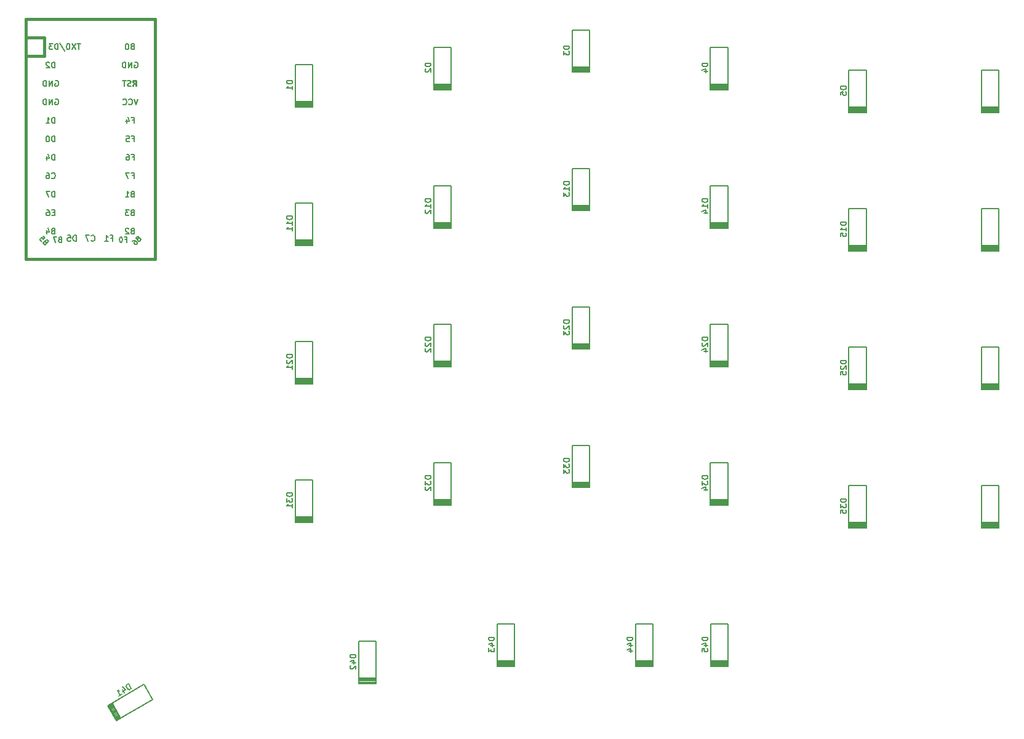
<source format=gbr>
%TF.GenerationSoftware,KiCad,Pcbnew,(5.1.9-0-10_14)*%
%TF.CreationDate,2021-04-19T01:18:51-05:00*%
%TF.ProjectId,wren-right,7772656e-2d72-4696-9768-742e6b696361,rev?*%
%TF.SameCoordinates,Original*%
%TF.FileFunction,Legend,Bot*%
%TF.FilePolarity,Positive*%
%FSLAX46Y46*%
G04 Gerber Fmt 4.6, Leading zero omitted, Abs format (unit mm)*
G04 Created by KiCad (PCBNEW (5.1.9-0-10_14)) date 2021-04-19 01:18:51*
%MOMM*%
%LPD*%
G01*
G04 APERTURE LIST*
%ADD10C,0.200000*%
%ADD11C,0.381000*%
%ADD12C,0.150000*%
G04 APERTURE END LIST*
D10*
%TO.C,D45*%
X190887500Y-136900000D02*
X190887500Y-142700000D01*
X193287500Y-136900000D02*
X190887500Y-136900000D01*
X193287500Y-142700000D02*
X193287500Y-136900000D01*
X193287500Y-142625000D02*
X190887500Y-142625000D01*
X193287500Y-142500000D02*
X190887500Y-142500000D01*
X190887500Y-142725000D02*
X193287500Y-142725000D01*
X193287500Y-142325000D02*
X190887500Y-142325000D01*
X193287500Y-142150000D02*
X190887500Y-142150000D01*
X193287500Y-141975000D02*
X190887500Y-141975000D01*
%TO.C,D44*%
X180568750Y-136900000D02*
X180568750Y-142700000D01*
X182968750Y-136900000D02*
X180568750Y-136900000D01*
X182968750Y-142700000D02*
X182968750Y-136900000D01*
X182968750Y-142625000D02*
X180568750Y-142625000D01*
X182968750Y-142500000D02*
X180568750Y-142500000D01*
X180568750Y-142725000D02*
X182968750Y-142725000D01*
X182968750Y-142325000D02*
X180568750Y-142325000D01*
X182968750Y-142150000D02*
X180568750Y-142150000D01*
X182968750Y-141975000D02*
X180568750Y-141975000D01*
%TO.C,D43*%
X161518750Y-136900000D02*
X161518750Y-142700000D01*
X163918750Y-136900000D02*
X161518750Y-136900000D01*
X163918750Y-142700000D02*
X163918750Y-136900000D01*
X163918750Y-142625000D02*
X161518750Y-142625000D01*
X163918750Y-142500000D02*
X161518750Y-142500000D01*
X161518750Y-142725000D02*
X163918750Y-142725000D01*
X163918750Y-142325000D02*
X161518750Y-142325000D01*
X163918750Y-142150000D02*
X161518750Y-142150000D01*
X163918750Y-141975000D02*
X161518750Y-141975000D01*
%TO.C,D42*%
X142472250Y-139281250D02*
X142472250Y-145081250D01*
X144872250Y-139281250D02*
X142472250Y-139281250D01*
X144872250Y-145081250D02*
X144872250Y-139281250D01*
X144872250Y-145006250D02*
X142472250Y-145006250D01*
X144872250Y-144881250D02*
X142472250Y-144881250D01*
X142472250Y-145106250D02*
X144872250Y-145106250D01*
X144872250Y-144706250D02*
X142472250Y-144706250D01*
X144872250Y-144531250D02*
X142472250Y-144531250D01*
X144872250Y-144356250D02*
X142472250Y-144356250D01*
%TO.C,D41*%
X112963621Y-145198270D02*
X107940674Y-148098270D01*
X114163621Y-147276730D02*
X112963621Y-145198270D01*
X109140674Y-150176730D02*
X114163621Y-147276730D01*
X109205626Y-150139230D02*
X108005626Y-148060770D01*
X109313879Y-150076730D02*
X108113879Y-147998270D01*
X107919023Y-148110770D02*
X109119023Y-150189230D01*
X109465433Y-149989230D02*
X108265433Y-147910770D01*
X109616988Y-149901730D02*
X108416988Y-147823270D01*
X109768542Y-149814230D02*
X108568542Y-147735770D01*
%TO.C,D36*%
X228170250Y-117850000D02*
X228170250Y-123650000D01*
X230570250Y-117850000D02*
X228170250Y-117850000D01*
X230570250Y-123650000D02*
X230570250Y-117850000D01*
X230570250Y-123575000D02*
X228170250Y-123575000D01*
X230570250Y-123450000D02*
X228170250Y-123450000D01*
X228170250Y-123675000D02*
X230570250Y-123675000D01*
X230570250Y-123275000D02*
X228170250Y-123275000D01*
X230570250Y-123100000D02*
X228170250Y-123100000D01*
X230570250Y-122925000D02*
X228170250Y-122925000D01*
%TO.C,D35*%
X209919750Y-117850000D02*
X209919750Y-123650000D01*
X212319750Y-117850000D02*
X209919750Y-117850000D01*
X212319750Y-123650000D02*
X212319750Y-117850000D01*
X212319750Y-123575000D02*
X209919750Y-123575000D01*
X212319750Y-123450000D02*
X209919750Y-123450000D01*
X209919750Y-123675000D02*
X212319750Y-123675000D01*
X212319750Y-123275000D02*
X209919750Y-123275000D01*
X212319750Y-123100000D02*
X209919750Y-123100000D01*
X212319750Y-122925000D02*
X209919750Y-122925000D01*
%TO.C,D34*%
X190875750Y-114675000D02*
X190875750Y-120475000D01*
X193275750Y-114675000D02*
X190875750Y-114675000D01*
X193275750Y-120475000D02*
X193275750Y-114675000D01*
X193275750Y-120400000D02*
X190875750Y-120400000D01*
X193275750Y-120275000D02*
X190875750Y-120275000D01*
X190875750Y-120500000D02*
X193275750Y-120500000D01*
X193275750Y-120100000D02*
X190875750Y-120100000D01*
X193275750Y-119925000D02*
X190875750Y-119925000D01*
X193275750Y-119750000D02*
X190875750Y-119750000D01*
%TO.C,D33*%
X171831750Y-112293750D02*
X171831750Y-118093750D01*
X174231750Y-112293750D02*
X171831750Y-112293750D01*
X174231750Y-118093750D02*
X174231750Y-112293750D01*
X174231750Y-118018750D02*
X171831750Y-118018750D01*
X174231750Y-117893750D02*
X171831750Y-117893750D01*
X171831750Y-118118750D02*
X174231750Y-118118750D01*
X174231750Y-117718750D02*
X171831750Y-117718750D01*
X174231750Y-117543750D02*
X171831750Y-117543750D01*
X174231750Y-117368750D02*
X171831750Y-117368750D01*
%TO.C,D32*%
X152787750Y-114675000D02*
X152787750Y-120475000D01*
X155187750Y-114675000D02*
X152787750Y-114675000D01*
X155187750Y-120475000D02*
X155187750Y-114675000D01*
X155187750Y-120400000D02*
X152787750Y-120400000D01*
X155187750Y-120275000D02*
X152787750Y-120275000D01*
X152787750Y-120500000D02*
X155187750Y-120500000D01*
X155187750Y-120100000D02*
X152787750Y-120100000D01*
X155187750Y-119925000D02*
X152787750Y-119925000D01*
X155187750Y-119750000D02*
X152787750Y-119750000D01*
%TO.C,D31*%
X133743750Y-117056250D02*
X133743750Y-122856250D01*
X136143750Y-117056250D02*
X133743750Y-117056250D01*
X136143750Y-122856250D02*
X136143750Y-117056250D01*
X136143750Y-122781250D02*
X133743750Y-122781250D01*
X136143750Y-122656250D02*
X133743750Y-122656250D01*
X133743750Y-122881250D02*
X136143750Y-122881250D01*
X136143750Y-122481250D02*
X133743750Y-122481250D01*
X136143750Y-122306250D02*
X133743750Y-122306250D01*
X136143750Y-122131250D02*
X133743750Y-122131250D01*
%TO.C,D26*%
X228170250Y-98800000D02*
X228170250Y-104600000D01*
X230570250Y-98800000D02*
X228170250Y-98800000D01*
X230570250Y-104600000D02*
X230570250Y-98800000D01*
X230570250Y-104525000D02*
X228170250Y-104525000D01*
X230570250Y-104400000D02*
X228170250Y-104400000D01*
X228170250Y-104625000D02*
X230570250Y-104625000D01*
X230570250Y-104225000D02*
X228170250Y-104225000D01*
X230570250Y-104050000D02*
X228170250Y-104050000D01*
X230570250Y-103875000D02*
X228170250Y-103875000D01*
%TO.C,D25*%
X209919750Y-98800000D02*
X209919750Y-104600000D01*
X212319750Y-98800000D02*
X209919750Y-98800000D01*
X212319750Y-104600000D02*
X212319750Y-98800000D01*
X212319750Y-104525000D02*
X209919750Y-104525000D01*
X212319750Y-104400000D02*
X209919750Y-104400000D01*
X209919750Y-104625000D02*
X212319750Y-104625000D01*
X212319750Y-104225000D02*
X209919750Y-104225000D01*
X212319750Y-104050000D02*
X209919750Y-104050000D01*
X212319750Y-103875000D02*
X209919750Y-103875000D01*
%TO.C,D24*%
X190875750Y-95625000D02*
X190875750Y-101425000D01*
X193275750Y-95625000D02*
X190875750Y-95625000D01*
X193275750Y-101425000D02*
X193275750Y-95625000D01*
X193275750Y-101350000D02*
X190875750Y-101350000D01*
X193275750Y-101225000D02*
X190875750Y-101225000D01*
X190875750Y-101450000D02*
X193275750Y-101450000D01*
X193275750Y-101050000D02*
X190875750Y-101050000D01*
X193275750Y-100875000D02*
X190875750Y-100875000D01*
X193275750Y-100700000D02*
X190875750Y-100700000D01*
%TO.C,D23*%
X171831750Y-93243750D02*
X171831750Y-99043750D01*
X174231750Y-93243750D02*
X171831750Y-93243750D01*
X174231750Y-99043750D02*
X174231750Y-93243750D01*
X174231750Y-98968750D02*
X171831750Y-98968750D01*
X174231750Y-98843750D02*
X171831750Y-98843750D01*
X171831750Y-99068750D02*
X174231750Y-99068750D01*
X174231750Y-98668750D02*
X171831750Y-98668750D01*
X174231750Y-98493750D02*
X171831750Y-98493750D01*
X174231750Y-98318750D02*
X171831750Y-98318750D01*
%TO.C,D22*%
X152787750Y-95625000D02*
X152787750Y-101425000D01*
X155187750Y-95625000D02*
X152787750Y-95625000D01*
X155187750Y-101425000D02*
X155187750Y-95625000D01*
X155187750Y-101350000D02*
X152787750Y-101350000D01*
X155187750Y-101225000D02*
X152787750Y-101225000D01*
X152787750Y-101450000D02*
X155187750Y-101450000D01*
X155187750Y-101050000D02*
X152787750Y-101050000D01*
X155187750Y-100875000D02*
X152787750Y-100875000D01*
X155187750Y-100700000D02*
X152787750Y-100700000D01*
%TO.C,D21*%
X133743750Y-98006250D02*
X133743750Y-103806250D01*
X136143750Y-98006250D02*
X133743750Y-98006250D01*
X136143750Y-103806250D02*
X136143750Y-98006250D01*
X136143750Y-103731250D02*
X133743750Y-103731250D01*
X136143750Y-103606250D02*
X133743750Y-103606250D01*
X133743750Y-103831250D02*
X136143750Y-103831250D01*
X136143750Y-103431250D02*
X133743750Y-103431250D01*
X136143750Y-103256250D02*
X133743750Y-103256250D01*
X136143750Y-103081250D02*
X133743750Y-103081250D01*
%TO.C,D16*%
X228170250Y-79750000D02*
X228170250Y-85550000D01*
X230570250Y-79750000D02*
X228170250Y-79750000D01*
X230570250Y-85550000D02*
X230570250Y-79750000D01*
X230570250Y-85475000D02*
X228170250Y-85475000D01*
X230570250Y-85350000D02*
X228170250Y-85350000D01*
X228170250Y-85575000D02*
X230570250Y-85575000D01*
X230570250Y-85175000D02*
X228170250Y-85175000D01*
X230570250Y-85000000D02*
X228170250Y-85000000D01*
X230570250Y-84825000D02*
X228170250Y-84825000D01*
%TO.C,D15*%
X209919750Y-79750000D02*
X209919750Y-85550000D01*
X212319750Y-79750000D02*
X209919750Y-79750000D01*
X212319750Y-85550000D02*
X212319750Y-79750000D01*
X212319750Y-85475000D02*
X209919750Y-85475000D01*
X212319750Y-85350000D02*
X209919750Y-85350000D01*
X209919750Y-85575000D02*
X212319750Y-85575000D01*
X212319750Y-85175000D02*
X209919750Y-85175000D01*
X212319750Y-85000000D02*
X209919750Y-85000000D01*
X212319750Y-84825000D02*
X209919750Y-84825000D01*
%TO.C,D14*%
X190875750Y-76575000D02*
X190875750Y-82375000D01*
X193275750Y-76575000D02*
X190875750Y-76575000D01*
X193275750Y-82375000D02*
X193275750Y-76575000D01*
X193275750Y-82300000D02*
X190875750Y-82300000D01*
X193275750Y-82175000D02*
X190875750Y-82175000D01*
X190875750Y-82400000D02*
X193275750Y-82400000D01*
X193275750Y-82000000D02*
X190875750Y-82000000D01*
X193275750Y-81825000D02*
X190875750Y-81825000D01*
X193275750Y-81650000D02*
X190875750Y-81650000D01*
%TO.C,D13*%
X171831750Y-74193750D02*
X171831750Y-79993750D01*
X174231750Y-74193750D02*
X171831750Y-74193750D01*
X174231750Y-79993750D02*
X174231750Y-74193750D01*
X174231750Y-79918750D02*
X171831750Y-79918750D01*
X174231750Y-79793750D02*
X171831750Y-79793750D01*
X171831750Y-80018750D02*
X174231750Y-80018750D01*
X174231750Y-79618750D02*
X171831750Y-79618750D01*
X174231750Y-79443750D02*
X171831750Y-79443750D01*
X174231750Y-79268750D02*
X171831750Y-79268750D01*
%TO.C,D12*%
X152787750Y-76575000D02*
X152787750Y-82375000D01*
X155187750Y-76575000D02*
X152787750Y-76575000D01*
X155187750Y-82375000D02*
X155187750Y-76575000D01*
X155187750Y-82300000D02*
X152787750Y-82300000D01*
X155187750Y-82175000D02*
X152787750Y-82175000D01*
X152787750Y-82400000D02*
X155187750Y-82400000D01*
X155187750Y-82000000D02*
X152787750Y-82000000D01*
X155187750Y-81825000D02*
X152787750Y-81825000D01*
X155187750Y-81650000D02*
X152787750Y-81650000D01*
%TO.C,D11*%
X133743750Y-78956250D02*
X133743750Y-84756250D01*
X136143750Y-78956250D02*
X133743750Y-78956250D01*
X136143750Y-84756250D02*
X136143750Y-78956250D01*
X136143750Y-84681250D02*
X133743750Y-84681250D01*
X136143750Y-84556250D02*
X133743750Y-84556250D01*
X133743750Y-84781250D02*
X136143750Y-84781250D01*
X136143750Y-84381250D02*
X133743750Y-84381250D01*
X136143750Y-84206250D02*
X133743750Y-84206250D01*
X136143750Y-84031250D02*
X133743750Y-84031250D01*
%TO.C,D6*%
X228170250Y-60700000D02*
X228170250Y-66500000D01*
X230570250Y-60700000D02*
X228170250Y-60700000D01*
X230570250Y-66500000D02*
X230570250Y-60700000D01*
X230570250Y-66425000D02*
X228170250Y-66425000D01*
X230570250Y-66300000D02*
X228170250Y-66300000D01*
X228170250Y-66525000D02*
X230570250Y-66525000D01*
X230570250Y-66125000D02*
X228170250Y-66125000D01*
X230570250Y-65950000D02*
X228170250Y-65950000D01*
X230570250Y-65775000D02*
X228170250Y-65775000D01*
%TO.C,D5*%
X209919750Y-60700000D02*
X209919750Y-66500000D01*
X212319750Y-60700000D02*
X209919750Y-60700000D01*
X212319750Y-66500000D02*
X212319750Y-60700000D01*
X212319750Y-66425000D02*
X209919750Y-66425000D01*
X212319750Y-66300000D02*
X209919750Y-66300000D01*
X209919750Y-66525000D02*
X212319750Y-66525000D01*
X212319750Y-66125000D02*
X209919750Y-66125000D01*
X212319750Y-65950000D02*
X209919750Y-65950000D01*
X212319750Y-65775000D02*
X209919750Y-65775000D01*
%TO.C,D4*%
X190875750Y-57525000D02*
X190875750Y-63325000D01*
X193275750Y-57525000D02*
X190875750Y-57525000D01*
X193275750Y-63325000D02*
X193275750Y-57525000D01*
X193275750Y-63250000D02*
X190875750Y-63250000D01*
X193275750Y-63125000D02*
X190875750Y-63125000D01*
X190875750Y-63350000D02*
X193275750Y-63350000D01*
X193275750Y-62950000D02*
X190875750Y-62950000D01*
X193275750Y-62775000D02*
X190875750Y-62775000D01*
X193275750Y-62600000D02*
X190875750Y-62600000D01*
%TO.C,D3*%
X171831750Y-55143750D02*
X171831750Y-60943750D01*
X174231750Y-55143750D02*
X171831750Y-55143750D01*
X174231750Y-60943750D02*
X174231750Y-55143750D01*
X174231750Y-60868750D02*
X171831750Y-60868750D01*
X174231750Y-60743750D02*
X171831750Y-60743750D01*
X171831750Y-60968750D02*
X174231750Y-60968750D01*
X174231750Y-60568750D02*
X171831750Y-60568750D01*
X174231750Y-60393750D02*
X171831750Y-60393750D01*
X174231750Y-60218750D02*
X171831750Y-60218750D01*
%TO.C,D2*%
X152787750Y-57525000D02*
X152787750Y-63325000D01*
X155187750Y-57525000D02*
X152787750Y-57525000D01*
X155187750Y-63325000D02*
X155187750Y-57525000D01*
X155187750Y-63250000D02*
X152787750Y-63250000D01*
X155187750Y-63125000D02*
X152787750Y-63125000D01*
X152787750Y-63350000D02*
X155187750Y-63350000D01*
X155187750Y-62950000D02*
X152787750Y-62950000D01*
X155187750Y-62775000D02*
X152787750Y-62775000D01*
X155187750Y-62600000D02*
X152787750Y-62600000D01*
%TO.C,D1*%
X133743750Y-59906250D02*
X133743750Y-65706250D01*
X136143750Y-59906250D02*
X133743750Y-59906250D01*
X136143750Y-65706250D02*
X136143750Y-59906250D01*
X136143750Y-65631250D02*
X133743750Y-65631250D01*
X136143750Y-65506250D02*
X133743750Y-65506250D01*
X133743750Y-65731250D02*
X136143750Y-65731250D01*
X136143750Y-65331250D02*
X133743750Y-65331250D01*
X136143750Y-65156250D02*
X133743750Y-65156250D01*
X136143750Y-64981250D02*
X133743750Y-64981250D01*
D11*
%TO.C,U1*%
X99218750Y-58737500D02*
X96678750Y-58737500D01*
X99218750Y-56197500D02*
X99218750Y-58737500D01*
D12*
G36*
X111613385Y-62486530D02*
G01*
X111613385Y-62586530D01*
X111713385Y-62586530D01*
X111713385Y-62486530D01*
X111613385Y-62486530D01*
G37*
X111613385Y-62486530D02*
X111613385Y-62586530D01*
X111713385Y-62586530D01*
X111713385Y-62486530D01*
X111613385Y-62486530D01*
G36*
X111813385Y-62086530D02*
G01*
X111813385Y-62886530D01*
X111913385Y-62886530D01*
X111913385Y-62086530D01*
X111813385Y-62086530D01*
G37*
X111813385Y-62086530D02*
X111813385Y-62886530D01*
X111913385Y-62886530D01*
X111913385Y-62086530D01*
X111813385Y-62086530D01*
G36*
X111413385Y-62686530D02*
G01*
X111413385Y-62886530D01*
X111513385Y-62886530D01*
X111513385Y-62686530D01*
X111413385Y-62686530D01*
G37*
X111413385Y-62686530D02*
X111413385Y-62886530D01*
X111513385Y-62886530D01*
X111513385Y-62686530D01*
X111413385Y-62686530D01*
G36*
X111413385Y-62086530D02*
G01*
X111413385Y-62386530D01*
X111513385Y-62386530D01*
X111513385Y-62086530D01*
X111413385Y-62086530D01*
G37*
X111413385Y-62086530D02*
X111413385Y-62386530D01*
X111513385Y-62386530D01*
X111513385Y-62086530D01*
X111413385Y-62086530D01*
G36*
X111413385Y-62086530D02*
G01*
X111413385Y-62186530D01*
X111913385Y-62186530D01*
X111913385Y-62086530D01*
X111413385Y-62086530D01*
G37*
X111413385Y-62086530D02*
X111413385Y-62186530D01*
X111913385Y-62186530D01*
X111913385Y-62086530D01*
X111413385Y-62086530D01*
D11*
X114458750Y-86677500D02*
X114458750Y-53657500D01*
X96678750Y-86677500D02*
X114458750Y-86677500D01*
X96678750Y-53657500D02*
X96678750Y-86677500D01*
X114458750Y-53657500D02*
X96678750Y-53657500D01*
X99218750Y-56197500D02*
X96678750Y-56197500D01*
%TO.C,D45*%
D12*
X190524404Y-138728571D02*
X189724404Y-138728571D01*
X189724404Y-138919047D01*
X189762500Y-139033333D01*
X189838690Y-139109523D01*
X189914880Y-139147619D01*
X190067261Y-139185714D01*
X190181547Y-139185714D01*
X190333928Y-139147619D01*
X190410119Y-139109523D01*
X190486309Y-139033333D01*
X190524404Y-138919047D01*
X190524404Y-138728571D01*
X189991071Y-139871428D02*
X190524404Y-139871428D01*
X189686309Y-139680952D02*
X190257738Y-139490476D01*
X190257738Y-139985714D01*
X189724404Y-140671428D02*
X189724404Y-140290476D01*
X190105357Y-140252380D01*
X190067261Y-140290476D01*
X190029166Y-140366666D01*
X190029166Y-140557142D01*
X190067261Y-140633333D01*
X190105357Y-140671428D01*
X190181547Y-140709523D01*
X190372023Y-140709523D01*
X190448214Y-140671428D01*
X190486309Y-140633333D01*
X190524404Y-140557142D01*
X190524404Y-140366666D01*
X190486309Y-140290476D01*
X190448214Y-140252380D01*
%TO.C,D44*%
X180205654Y-138728571D02*
X179405654Y-138728571D01*
X179405654Y-138919047D01*
X179443750Y-139033333D01*
X179519940Y-139109523D01*
X179596130Y-139147619D01*
X179748511Y-139185714D01*
X179862797Y-139185714D01*
X180015178Y-139147619D01*
X180091369Y-139109523D01*
X180167559Y-139033333D01*
X180205654Y-138919047D01*
X180205654Y-138728571D01*
X179672321Y-139871428D02*
X180205654Y-139871428D01*
X179367559Y-139680952D02*
X179938988Y-139490476D01*
X179938988Y-139985714D01*
X179672321Y-140633333D02*
X180205654Y-140633333D01*
X179367559Y-140442857D02*
X179938988Y-140252380D01*
X179938988Y-140747619D01*
%TO.C,D43*%
X161155654Y-138728571D02*
X160355654Y-138728571D01*
X160355654Y-138919047D01*
X160393750Y-139033333D01*
X160469940Y-139109523D01*
X160546130Y-139147619D01*
X160698511Y-139185714D01*
X160812797Y-139185714D01*
X160965178Y-139147619D01*
X161041369Y-139109523D01*
X161117559Y-139033333D01*
X161155654Y-138919047D01*
X161155654Y-138728571D01*
X160622321Y-139871428D02*
X161155654Y-139871428D01*
X160317559Y-139680952D02*
X160888988Y-139490476D01*
X160888988Y-139985714D01*
X160355654Y-140214285D02*
X160355654Y-140709523D01*
X160660416Y-140442857D01*
X160660416Y-140557142D01*
X160698511Y-140633333D01*
X160736607Y-140671428D01*
X160812797Y-140709523D01*
X161003273Y-140709523D01*
X161079464Y-140671428D01*
X161117559Y-140633333D01*
X161155654Y-140557142D01*
X161155654Y-140328571D01*
X161117559Y-140252380D01*
X161079464Y-140214285D01*
%TO.C,D42*%
X142109154Y-141109821D02*
X141309154Y-141109821D01*
X141309154Y-141300297D01*
X141347250Y-141414583D01*
X141423440Y-141490773D01*
X141499630Y-141528869D01*
X141652011Y-141566964D01*
X141766297Y-141566964D01*
X141918678Y-141528869D01*
X141994869Y-141490773D01*
X142071059Y-141414583D01*
X142109154Y-141300297D01*
X142109154Y-141109821D01*
X141575821Y-142252678D02*
X142109154Y-142252678D01*
X141271059Y-142062202D02*
X141842488Y-141871726D01*
X141842488Y-142366964D01*
X141385345Y-142633630D02*
X141347250Y-142671726D01*
X141309154Y-142747916D01*
X141309154Y-142938392D01*
X141347250Y-143014583D01*
X141385345Y-143052678D01*
X141461535Y-143090773D01*
X141537726Y-143090773D01*
X141652011Y-143052678D01*
X142109154Y-142595535D01*
X142109154Y-143090773D01*
%TO.C,D41*%
X111198484Y-145798105D02*
X110798484Y-145105285D01*
X110633526Y-145200523D01*
X110553600Y-145290657D01*
X110525712Y-145394735D01*
X110530816Y-145479766D01*
X110574015Y-145630779D01*
X110631158Y-145729753D01*
X110740340Y-145842672D01*
X110811426Y-145889607D01*
X110915505Y-145917494D01*
X111033526Y-145893343D01*
X111198484Y-145798105D01*
X109942074Y-145907653D02*
X110208740Y-146369534D01*
X109954650Y-145548484D02*
X110405321Y-145948117D01*
X109976433Y-146195736D01*
X109482929Y-146788581D02*
X109878826Y-146560010D01*
X109680877Y-146674295D02*
X109280877Y-145981475D01*
X109404003Y-146042354D01*
X109508081Y-146070242D01*
X109593112Y-146065138D01*
%TO.C,D35*%
X209556654Y-119678571D02*
X208756654Y-119678571D01*
X208756654Y-119869047D01*
X208794750Y-119983333D01*
X208870940Y-120059523D01*
X208947130Y-120097619D01*
X209099511Y-120135714D01*
X209213797Y-120135714D01*
X209366178Y-120097619D01*
X209442369Y-120059523D01*
X209518559Y-119983333D01*
X209556654Y-119869047D01*
X209556654Y-119678571D01*
X208756654Y-120402380D02*
X208756654Y-120897619D01*
X209061416Y-120630952D01*
X209061416Y-120745238D01*
X209099511Y-120821428D01*
X209137607Y-120859523D01*
X209213797Y-120897619D01*
X209404273Y-120897619D01*
X209480464Y-120859523D01*
X209518559Y-120821428D01*
X209556654Y-120745238D01*
X209556654Y-120516666D01*
X209518559Y-120440476D01*
X209480464Y-120402380D01*
X208756654Y-121621428D02*
X208756654Y-121240476D01*
X209137607Y-121202380D01*
X209099511Y-121240476D01*
X209061416Y-121316666D01*
X209061416Y-121507142D01*
X209099511Y-121583333D01*
X209137607Y-121621428D01*
X209213797Y-121659523D01*
X209404273Y-121659523D01*
X209480464Y-121621428D01*
X209518559Y-121583333D01*
X209556654Y-121507142D01*
X209556654Y-121316666D01*
X209518559Y-121240476D01*
X209480464Y-121202380D01*
%TO.C,D34*%
X190512654Y-116503571D02*
X189712654Y-116503571D01*
X189712654Y-116694047D01*
X189750750Y-116808333D01*
X189826940Y-116884523D01*
X189903130Y-116922619D01*
X190055511Y-116960714D01*
X190169797Y-116960714D01*
X190322178Y-116922619D01*
X190398369Y-116884523D01*
X190474559Y-116808333D01*
X190512654Y-116694047D01*
X190512654Y-116503571D01*
X189712654Y-117227380D02*
X189712654Y-117722619D01*
X190017416Y-117455952D01*
X190017416Y-117570238D01*
X190055511Y-117646428D01*
X190093607Y-117684523D01*
X190169797Y-117722619D01*
X190360273Y-117722619D01*
X190436464Y-117684523D01*
X190474559Y-117646428D01*
X190512654Y-117570238D01*
X190512654Y-117341666D01*
X190474559Y-117265476D01*
X190436464Y-117227380D01*
X189979321Y-118408333D02*
X190512654Y-118408333D01*
X189674559Y-118217857D02*
X190245988Y-118027380D01*
X190245988Y-118522619D01*
%TO.C,D33*%
X171468654Y-114122321D02*
X170668654Y-114122321D01*
X170668654Y-114312797D01*
X170706750Y-114427083D01*
X170782940Y-114503273D01*
X170859130Y-114541369D01*
X171011511Y-114579464D01*
X171125797Y-114579464D01*
X171278178Y-114541369D01*
X171354369Y-114503273D01*
X171430559Y-114427083D01*
X171468654Y-114312797D01*
X171468654Y-114122321D01*
X170668654Y-114846130D02*
X170668654Y-115341369D01*
X170973416Y-115074702D01*
X170973416Y-115188988D01*
X171011511Y-115265178D01*
X171049607Y-115303273D01*
X171125797Y-115341369D01*
X171316273Y-115341369D01*
X171392464Y-115303273D01*
X171430559Y-115265178D01*
X171468654Y-115188988D01*
X171468654Y-114960416D01*
X171430559Y-114884226D01*
X171392464Y-114846130D01*
X170668654Y-115608035D02*
X170668654Y-116103273D01*
X170973416Y-115836607D01*
X170973416Y-115950892D01*
X171011511Y-116027083D01*
X171049607Y-116065178D01*
X171125797Y-116103273D01*
X171316273Y-116103273D01*
X171392464Y-116065178D01*
X171430559Y-116027083D01*
X171468654Y-115950892D01*
X171468654Y-115722321D01*
X171430559Y-115646130D01*
X171392464Y-115608035D01*
%TO.C,D32*%
X152424654Y-116503571D02*
X151624654Y-116503571D01*
X151624654Y-116694047D01*
X151662750Y-116808333D01*
X151738940Y-116884523D01*
X151815130Y-116922619D01*
X151967511Y-116960714D01*
X152081797Y-116960714D01*
X152234178Y-116922619D01*
X152310369Y-116884523D01*
X152386559Y-116808333D01*
X152424654Y-116694047D01*
X152424654Y-116503571D01*
X151624654Y-117227380D02*
X151624654Y-117722619D01*
X151929416Y-117455952D01*
X151929416Y-117570238D01*
X151967511Y-117646428D01*
X152005607Y-117684523D01*
X152081797Y-117722619D01*
X152272273Y-117722619D01*
X152348464Y-117684523D01*
X152386559Y-117646428D01*
X152424654Y-117570238D01*
X152424654Y-117341666D01*
X152386559Y-117265476D01*
X152348464Y-117227380D01*
X151700845Y-118027380D02*
X151662750Y-118065476D01*
X151624654Y-118141666D01*
X151624654Y-118332142D01*
X151662750Y-118408333D01*
X151700845Y-118446428D01*
X151777035Y-118484523D01*
X151853226Y-118484523D01*
X151967511Y-118446428D01*
X152424654Y-117989285D01*
X152424654Y-118484523D01*
%TO.C,D31*%
X133380654Y-118884821D02*
X132580654Y-118884821D01*
X132580654Y-119075297D01*
X132618750Y-119189583D01*
X132694940Y-119265773D01*
X132771130Y-119303869D01*
X132923511Y-119341964D01*
X133037797Y-119341964D01*
X133190178Y-119303869D01*
X133266369Y-119265773D01*
X133342559Y-119189583D01*
X133380654Y-119075297D01*
X133380654Y-118884821D01*
X132580654Y-119608630D02*
X132580654Y-120103869D01*
X132885416Y-119837202D01*
X132885416Y-119951488D01*
X132923511Y-120027678D01*
X132961607Y-120065773D01*
X133037797Y-120103869D01*
X133228273Y-120103869D01*
X133304464Y-120065773D01*
X133342559Y-120027678D01*
X133380654Y-119951488D01*
X133380654Y-119722916D01*
X133342559Y-119646726D01*
X133304464Y-119608630D01*
X133380654Y-120865773D02*
X133380654Y-120408630D01*
X133380654Y-120637202D02*
X132580654Y-120637202D01*
X132694940Y-120561011D01*
X132771130Y-120484821D01*
X132809226Y-120408630D01*
%TO.C,D25*%
X209556654Y-100628571D02*
X208756654Y-100628571D01*
X208756654Y-100819047D01*
X208794750Y-100933333D01*
X208870940Y-101009523D01*
X208947130Y-101047619D01*
X209099511Y-101085714D01*
X209213797Y-101085714D01*
X209366178Y-101047619D01*
X209442369Y-101009523D01*
X209518559Y-100933333D01*
X209556654Y-100819047D01*
X209556654Y-100628571D01*
X208832845Y-101390476D02*
X208794750Y-101428571D01*
X208756654Y-101504761D01*
X208756654Y-101695238D01*
X208794750Y-101771428D01*
X208832845Y-101809523D01*
X208909035Y-101847619D01*
X208985226Y-101847619D01*
X209099511Y-101809523D01*
X209556654Y-101352380D01*
X209556654Y-101847619D01*
X208756654Y-102571428D02*
X208756654Y-102190476D01*
X209137607Y-102152380D01*
X209099511Y-102190476D01*
X209061416Y-102266666D01*
X209061416Y-102457142D01*
X209099511Y-102533333D01*
X209137607Y-102571428D01*
X209213797Y-102609523D01*
X209404273Y-102609523D01*
X209480464Y-102571428D01*
X209518559Y-102533333D01*
X209556654Y-102457142D01*
X209556654Y-102266666D01*
X209518559Y-102190476D01*
X209480464Y-102152380D01*
%TO.C,D24*%
X190512654Y-97453571D02*
X189712654Y-97453571D01*
X189712654Y-97644047D01*
X189750750Y-97758333D01*
X189826940Y-97834523D01*
X189903130Y-97872619D01*
X190055511Y-97910714D01*
X190169797Y-97910714D01*
X190322178Y-97872619D01*
X190398369Y-97834523D01*
X190474559Y-97758333D01*
X190512654Y-97644047D01*
X190512654Y-97453571D01*
X189788845Y-98215476D02*
X189750750Y-98253571D01*
X189712654Y-98329761D01*
X189712654Y-98520238D01*
X189750750Y-98596428D01*
X189788845Y-98634523D01*
X189865035Y-98672619D01*
X189941226Y-98672619D01*
X190055511Y-98634523D01*
X190512654Y-98177380D01*
X190512654Y-98672619D01*
X189979321Y-99358333D02*
X190512654Y-99358333D01*
X189674559Y-99167857D02*
X190245988Y-98977380D01*
X190245988Y-99472619D01*
%TO.C,D23*%
X171468654Y-95072321D02*
X170668654Y-95072321D01*
X170668654Y-95262797D01*
X170706750Y-95377083D01*
X170782940Y-95453273D01*
X170859130Y-95491369D01*
X171011511Y-95529464D01*
X171125797Y-95529464D01*
X171278178Y-95491369D01*
X171354369Y-95453273D01*
X171430559Y-95377083D01*
X171468654Y-95262797D01*
X171468654Y-95072321D01*
X170744845Y-95834226D02*
X170706750Y-95872321D01*
X170668654Y-95948511D01*
X170668654Y-96138988D01*
X170706750Y-96215178D01*
X170744845Y-96253273D01*
X170821035Y-96291369D01*
X170897226Y-96291369D01*
X171011511Y-96253273D01*
X171468654Y-95796130D01*
X171468654Y-96291369D01*
X170668654Y-96558035D02*
X170668654Y-97053273D01*
X170973416Y-96786607D01*
X170973416Y-96900892D01*
X171011511Y-96977083D01*
X171049607Y-97015178D01*
X171125797Y-97053273D01*
X171316273Y-97053273D01*
X171392464Y-97015178D01*
X171430559Y-96977083D01*
X171468654Y-96900892D01*
X171468654Y-96672321D01*
X171430559Y-96596130D01*
X171392464Y-96558035D01*
%TO.C,D22*%
X152424654Y-97453571D02*
X151624654Y-97453571D01*
X151624654Y-97644047D01*
X151662750Y-97758333D01*
X151738940Y-97834523D01*
X151815130Y-97872619D01*
X151967511Y-97910714D01*
X152081797Y-97910714D01*
X152234178Y-97872619D01*
X152310369Y-97834523D01*
X152386559Y-97758333D01*
X152424654Y-97644047D01*
X152424654Y-97453571D01*
X151700845Y-98215476D02*
X151662750Y-98253571D01*
X151624654Y-98329761D01*
X151624654Y-98520238D01*
X151662750Y-98596428D01*
X151700845Y-98634523D01*
X151777035Y-98672619D01*
X151853226Y-98672619D01*
X151967511Y-98634523D01*
X152424654Y-98177380D01*
X152424654Y-98672619D01*
X151700845Y-98977380D02*
X151662750Y-99015476D01*
X151624654Y-99091666D01*
X151624654Y-99282142D01*
X151662750Y-99358333D01*
X151700845Y-99396428D01*
X151777035Y-99434523D01*
X151853226Y-99434523D01*
X151967511Y-99396428D01*
X152424654Y-98939285D01*
X152424654Y-99434523D01*
%TO.C,D21*%
X133380654Y-99834821D02*
X132580654Y-99834821D01*
X132580654Y-100025297D01*
X132618750Y-100139583D01*
X132694940Y-100215773D01*
X132771130Y-100253869D01*
X132923511Y-100291964D01*
X133037797Y-100291964D01*
X133190178Y-100253869D01*
X133266369Y-100215773D01*
X133342559Y-100139583D01*
X133380654Y-100025297D01*
X133380654Y-99834821D01*
X132656845Y-100596726D02*
X132618750Y-100634821D01*
X132580654Y-100711011D01*
X132580654Y-100901488D01*
X132618750Y-100977678D01*
X132656845Y-101015773D01*
X132733035Y-101053869D01*
X132809226Y-101053869D01*
X132923511Y-101015773D01*
X133380654Y-100558630D01*
X133380654Y-101053869D01*
X133380654Y-101815773D02*
X133380654Y-101358630D01*
X133380654Y-101587202D02*
X132580654Y-101587202D01*
X132694940Y-101511011D01*
X132771130Y-101434821D01*
X132809226Y-101358630D01*
%TO.C,D15*%
X209556654Y-81578571D02*
X208756654Y-81578571D01*
X208756654Y-81769047D01*
X208794750Y-81883333D01*
X208870940Y-81959523D01*
X208947130Y-81997619D01*
X209099511Y-82035714D01*
X209213797Y-82035714D01*
X209366178Y-81997619D01*
X209442369Y-81959523D01*
X209518559Y-81883333D01*
X209556654Y-81769047D01*
X209556654Y-81578571D01*
X209556654Y-82797619D02*
X209556654Y-82340476D01*
X209556654Y-82569047D02*
X208756654Y-82569047D01*
X208870940Y-82492857D01*
X208947130Y-82416666D01*
X208985226Y-82340476D01*
X208756654Y-83521428D02*
X208756654Y-83140476D01*
X209137607Y-83102380D01*
X209099511Y-83140476D01*
X209061416Y-83216666D01*
X209061416Y-83407142D01*
X209099511Y-83483333D01*
X209137607Y-83521428D01*
X209213797Y-83559523D01*
X209404273Y-83559523D01*
X209480464Y-83521428D01*
X209518559Y-83483333D01*
X209556654Y-83407142D01*
X209556654Y-83216666D01*
X209518559Y-83140476D01*
X209480464Y-83102380D01*
%TO.C,D14*%
X190512654Y-78403571D02*
X189712654Y-78403571D01*
X189712654Y-78594047D01*
X189750750Y-78708333D01*
X189826940Y-78784523D01*
X189903130Y-78822619D01*
X190055511Y-78860714D01*
X190169797Y-78860714D01*
X190322178Y-78822619D01*
X190398369Y-78784523D01*
X190474559Y-78708333D01*
X190512654Y-78594047D01*
X190512654Y-78403571D01*
X190512654Y-79622619D02*
X190512654Y-79165476D01*
X190512654Y-79394047D02*
X189712654Y-79394047D01*
X189826940Y-79317857D01*
X189903130Y-79241666D01*
X189941226Y-79165476D01*
X189979321Y-80308333D02*
X190512654Y-80308333D01*
X189674559Y-80117857D02*
X190245988Y-79927380D01*
X190245988Y-80422619D01*
%TO.C,D13*%
X171468654Y-76022321D02*
X170668654Y-76022321D01*
X170668654Y-76212797D01*
X170706750Y-76327083D01*
X170782940Y-76403273D01*
X170859130Y-76441369D01*
X171011511Y-76479464D01*
X171125797Y-76479464D01*
X171278178Y-76441369D01*
X171354369Y-76403273D01*
X171430559Y-76327083D01*
X171468654Y-76212797D01*
X171468654Y-76022321D01*
X171468654Y-77241369D02*
X171468654Y-76784226D01*
X171468654Y-77012797D02*
X170668654Y-77012797D01*
X170782940Y-76936607D01*
X170859130Y-76860416D01*
X170897226Y-76784226D01*
X170668654Y-77508035D02*
X170668654Y-78003273D01*
X170973416Y-77736607D01*
X170973416Y-77850892D01*
X171011511Y-77927083D01*
X171049607Y-77965178D01*
X171125797Y-78003273D01*
X171316273Y-78003273D01*
X171392464Y-77965178D01*
X171430559Y-77927083D01*
X171468654Y-77850892D01*
X171468654Y-77622321D01*
X171430559Y-77546130D01*
X171392464Y-77508035D01*
%TO.C,D12*%
X152424654Y-78403571D02*
X151624654Y-78403571D01*
X151624654Y-78594047D01*
X151662750Y-78708333D01*
X151738940Y-78784523D01*
X151815130Y-78822619D01*
X151967511Y-78860714D01*
X152081797Y-78860714D01*
X152234178Y-78822619D01*
X152310369Y-78784523D01*
X152386559Y-78708333D01*
X152424654Y-78594047D01*
X152424654Y-78403571D01*
X152424654Y-79622619D02*
X152424654Y-79165476D01*
X152424654Y-79394047D02*
X151624654Y-79394047D01*
X151738940Y-79317857D01*
X151815130Y-79241666D01*
X151853226Y-79165476D01*
X151700845Y-79927380D02*
X151662750Y-79965476D01*
X151624654Y-80041666D01*
X151624654Y-80232142D01*
X151662750Y-80308333D01*
X151700845Y-80346428D01*
X151777035Y-80384523D01*
X151853226Y-80384523D01*
X151967511Y-80346428D01*
X152424654Y-79889285D01*
X152424654Y-80384523D01*
%TO.C,D11*%
X133380654Y-80784821D02*
X132580654Y-80784821D01*
X132580654Y-80975297D01*
X132618750Y-81089583D01*
X132694940Y-81165773D01*
X132771130Y-81203869D01*
X132923511Y-81241964D01*
X133037797Y-81241964D01*
X133190178Y-81203869D01*
X133266369Y-81165773D01*
X133342559Y-81089583D01*
X133380654Y-80975297D01*
X133380654Y-80784821D01*
X133380654Y-82003869D02*
X133380654Y-81546726D01*
X133380654Y-81775297D02*
X132580654Y-81775297D01*
X132694940Y-81699107D01*
X132771130Y-81622916D01*
X132809226Y-81546726D01*
X133380654Y-82765773D02*
X133380654Y-82308630D01*
X133380654Y-82537202D02*
X132580654Y-82537202D01*
X132694940Y-82461011D01*
X132771130Y-82384821D01*
X132809226Y-82308630D01*
%TO.C,D5*%
X209556654Y-62909523D02*
X208756654Y-62909523D01*
X208756654Y-63100000D01*
X208794750Y-63214285D01*
X208870940Y-63290476D01*
X208947130Y-63328571D01*
X209099511Y-63366666D01*
X209213797Y-63366666D01*
X209366178Y-63328571D01*
X209442369Y-63290476D01*
X209518559Y-63214285D01*
X209556654Y-63100000D01*
X209556654Y-62909523D01*
X208756654Y-64090476D02*
X208756654Y-63709523D01*
X209137607Y-63671428D01*
X209099511Y-63709523D01*
X209061416Y-63785714D01*
X209061416Y-63976190D01*
X209099511Y-64052380D01*
X209137607Y-64090476D01*
X209213797Y-64128571D01*
X209404273Y-64128571D01*
X209480464Y-64090476D01*
X209518559Y-64052380D01*
X209556654Y-63976190D01*
X209556654Y-63785714D01*
X209518559Y-63709523D01*
X209480464Y-63671428D01*
%TO.C,D4*%
X190512654Y-59734523D02*
X189712654Y-59734523D01*
X189712654Y-59925000D01*
X189750750Y-60039285D01*
X189826940Y-60115476D01*
X189903130Y-60153571D01*
X190055511Y-60191666D01*
X190169797Y-60191666D01*
X190322178Y-60153571D01*
X190398369Y-60115476D01*
X190474559Y-60039285D01*
X190512654Y-59925000D01*
X190512654Y-59734523D01*
X189979321Y-60877380D02*
X190512654Y-60877380D01*
X189674559Y-60686904D02*
X190245988Y-60496428D01*
X190245988Y-60991666D01*
%TO.C,D3*%
X171468654Y-57353273D02*
X170668654Y-57353273D01*
X170668654Y-57543750D01*
X170706750Y-57658035D01*
X170782940Y-57734226D01*
X170859130Y-57772321D01*
X171011511Y-57810416D01*
X171125797Y-57810416D01*
X171278178Y-57772321D01*
X171354369Y-57734226D01*
X171430559Y-57658035D01*
X171468654Y-57543750D01*
X171468654Y-57353273D01*
X170668654Y-58077083D02*
X170668654Y-58572321D01*
X170973416Y-58305654D01*
X170973416Y-58419940D01*
X171011511Y-58496130D01*
X171049607Y-58534226D01*
X171125797Y-58572321D01*
X171316273Y-58572321D01*
X171392464Y-58534226D01*
X171430559Y-58496130D01*
X171468654Y-58419940D01*
X171468654Y-58191369D01*
X171430559Y-58115178D01*
X171392464Y-58077083D01*
%TO.C,D2*%
X152424654Y-59734523D02*
X151624654Y-59734523D01*
X151624654Y-59925000D01*
X151662750Y-60039285D01*
X151738940Y-60115476D01*
X151815130Y-60153571D01*
X151967511Y-60191666D01*
X152081797Y-60191666D01*
X152234178Y-60153571D01*
X152310369Y-60115476D01*
X152386559Y-60039285D01*
X152424654Y-59925000D01*
X152424654Y-59734523D01*
X151700845Y-60496428D02*
X151662750Y-60534523D01*
X151624654Y-60610714D01*
X151624654Y-60801190D01*
X151662750Y-60877380D01*
X151700845Y-60915476D01*
X151777035Y-60953571D01*
X151853226Y-60953571D01*
X151967511Y-60915476D01*
X152424654Y-60458333D01*
X152424654Y-60953571D01*
%TO.C,D1*%
X133380654Y-62115773D02*
X132580654Y-62115773D01*
X132580654Y-62306250D01*
X132618750Y-62420535D01*
X132694940Y-62496726D01*
X132771130Y-62534821D01*
X132923511Y-62572916D01*
X133037797Y-62572916D01*
X133190178Y-62534821D01*
X133266369Y-62496726D01*
X133342559Y-62420535D01*
X133380654Y-62306250D01*
X133380654Y-62115773D01*
X133380654Y-63334821D02*
X133380654Y-62877678D01*
X133380654Y-63106250D02*
X132580654Y-63106250D01*
X132694940Y-63030059D01*
X132771130Y-62953869D01*
X132809226Y-62877678D01*
%TO.C,U1*%
X103619226Y-84199404D02*
X103619226Y-83399404D01*
X103428750Y-83399404D01*
X103314464Y-83437500D01*
X103238273Y-83513690D01*
X103200178Y-83589880D01*
X103162083Y-83742261D01*
X103162083Y-83856547D01*
X103200178Y-84008928D01*
X103238273Y-84085119D01*
X103314464Y-84161309D01*
X103428750Y-84199404D01*
X103619226Y-84199404D01*
X102438273Y-83399404D02*
X102819226Y-83399404D01*
X102857321Y-83780357D01*
X102819226Y-83742261D01*
X102743035Y-83704166D01*
X102552559Y-83704166D01*
X102476369Y-83742261D01*
X102438273Y-83780357D01*
X102400178Y-83856547D01*
X102400178Y-84047023D01*
X102438273Y-84123214D01*
X102476369Y-84161309D01*
X102552559Y-84199404D01*
X102743035Y-84199404D01*
X102819226Y-84161309D01*
X102857321Y-84123214D01*
X108375416Y-83780357D02*
X108642083Y-83780357D01*
X108642083Y-84199404D02*
X108642083Y-83399404D01*
X108261130Y-83399404D01*
X107537321Y-84199404D02*
X107994464Y-84199404D01*
X107765892Y-84199404D02*
X107765892Y-83399404D01*
X107842083Y-83513690D01*
X107918273Y-83589880D01*
X107994464Y-83627976D01*
X105702083Y-84123214D02*
X105740178Y-84161309D01*
X105854464Y-84199404D01*
X105930654Y-84199404D01*
X106044940Y-84161309D01*
X106121130Y-84085119D01*
X106159226Y-84008928D01*
X106197321Y-83856547D01*
X106197321Y-83742261D01*
X106159226Y-83589880D01*
X106121130Y-83513690D01*
X106044940Y-83437500D01*
X105930654Y-83399404D01*
X105854464Y-83399404D01*
X105740178Y-83437500D01*
X105702083Y-83475595D01*
X105435416Y-83399404D02*
X104902083Y-83399404D01*
X105244940Y-84199404D01*
X112133741Y-83901797D02*
X112086601Y-83996078D01*
X112086601Y-84043219D01*
X112110171Y-84113929D01*
X112180882Y-84184640D01*
X112251592Y-84208210D01*
X112298733Y-84208210D01*
X112369443Y-84184640D01*
X112558005Y-83996078D01*
X112063030Y-83501103D01*
X111898039Y-83666095D01*
X111874469Y-83736806D01*
X111874469Y-83783946D01*
X111898039Y-83854657D01*
X111945179Y-83901797D01*
X112015890Y-83925367D01*
X112063030Y-83925367D01*
X112133741Y-83901797D01*
X112298733Y-83736806D01*
X111355924Y-84208210D02*
X111450205Y-84113929D01*
X111520915Y-84090359D01*
X111568056Y-84090359D01*
X111685907Y-84113929D01*
X111803758Y-84184640D01*
X111992320Y-84373202D01*
X112015890Y-84443912D01*
X112015890Y-84491053D01*
X111992320Y-84561764D01*
X111898039Y-84656044D01*
X111827328Y-84679615D01*
X111780188Y-84679615D01*
X111709477Y-84656044D01*
X111591626Y-84538193D01*
X111568056Y-84467483D01*
X111568056Y-84420342D01*
X111591626Y-84349632D01*
X111685907Y-84255351D01*
X111756617Y-84231780D01*
X111803758Y-84231780D01*
X111874469Y-84255351D01*
X110302083Y-83987500D02*
X110535416Y-83987500D01*
X110535416Y-84354166D02*
X110535416Y-83654166D01*
X110202083Y-83654166D01*
X109802083Y-83654166D02*
X109735416Y-83654166D01*
X109668750Y-83687500D01*
X109635416Y-83720833D01*
X109602083Y-83787500D01*
X109568750Y-83920833D01*
X109568750Y-84087500D01*
X109602083Y-84220833D01*
X109635416Y-84287500D01*
X109668750Y-84320833D01*
X109735416Y-84354166D01*
X109802083Y-84354166D01*
X109868750Y-84320833D01*
X109902083Y-84287500D01*
X109935416Y-84220833D01*
X109968750Y-84087500D01*
X109968750Y-83920833D01*
X109935416Y-83787500D01*
X109902083Y-83720833D01*
X109868750Y-83687500D01*
X109802083Y-83654166D01*
X101352083Y-83987500D02*
X101252083Y-84020833D01*
X101218750Y-84054166D01*
X101185416Y-84120833D01*
X101185416Y-84220833D01*
X101218750Y-84287500D01*
X101252083Y-84320833D01*
X101318750Y-84354166D01*
X101585416Y-84354166D01*
X101585416Y-83654166D01*
X101352083Y-83654166D01*
X101285416Y-83687500D01*
X101252083Y-83720833D01*
X101218750Y-83787500D01*
X101218750Y-83854166D01*
X101252083Y-83920833D01*
X101285416Y-83954166D01*
X101352083Y-83987500D01*
X101585416Y-83987500D01*
X100952083Y-83654166D02*
X100485416Y-83654166D01*
X100785416Y-84354166D01*
X111142083Y-62851309D02*
X111027797Y-62889404D01*
X110837321Y-62889404D01*
X110761130Y-62851309D01*
X110723035Y-62813214D01*
X110684940Y-62737023D01*
X110684940Y-62660833D01*
X110723035Y-62584642D01*
X110761130Y-62546547D01*
X110837321Y-62508452D01*
X110989702Y-62470357D01*
X111065892Y-62432261D01*
X111103988Y-62394166D01*
X111142083Y-62317976D01*
X111142083Y-62241785D01*
X111103988Y-62165595D01*
X111065892Y-62127500D01*
X110989702Y-62089404D01*
X110799226Y-62089404D01*
X110684940Y-62127500D01*
X110456369Y-62089404D02*
X109999226Y-62089404D01*
X110227797Y-62889404D02*
X110227797Y-62089404D01*
X104187354Y-57029404D02*
X103730211Y-57029404D01*
X103958782Y-57829404D02*
X103958782Y-57029404D01*
X103539735Y-57029404D02*
X103006401Y-57829404D01*
X103006401Y-57029404D02*
X103539735Y-57829404D01*
X102549258Y-57029404D02*
X102473068Y-57029404D01*
X102396878Y-57067500D01*
X102358782Y-57105595D01*
X102320687Y-57181785D01*
X102282592Y-57334166D01*
X102282592Y-57524642D01*
X102320687Y-57677023D01*
X102358782Y-57753214D01*
X102396878Y-57791309D01*
X102473068Y-57829404D01*
X102549258Y-57829404D01*
X102625449Y-57791309D01*
X102663544Y-57753214D01*
X102701639Y-57677023D01*
X102739735Y-57524642D01*
X102739735Y-57334166D01*
X102701639Y-57181785D01*
X102663544Y-57105595D01*
X102625449Y-57067500D01*
X102549258Y-57029404D01*
X101368306Y-56991309D02*
X102054020Y-58019880D01*
X101101639Y-57829404D02*
X101101639Y-57029404D01*
X100911163Y-57029404D01*
X100796878Y-57067500D01*
X100720687Y-57143690D01*
X100682592Y-57219880D01*
X100644497Y-57372261D01*
X100644497Y-57486547D01*
X100682592Y-57638928D01*
X100720687Y-57715119D01*
X100796878Y-57791309D01*
X100911163Y-57829404D01*
X101101639Y-57829404D01*
X100377830Y-57029404D02*
X99882592Y-57029404D01*
X100149258Y-57334166D01*
X100034973Y-57334166D01*
X99958782Y-57372261D01*
X99920687Y-57410357D01*
X99882592Y-57486547D01*
X99882592Y-57677023D01*
X99920687Y-57753214D01*
X99958782Y-57791309D01*
X100034973Y-57829404D01*
X100263544Y-57829404D01*
X100339735Y-57791309D01*
X100377830Y-57753214D01*
X111353559Y-82810357D02*
X111239273Y-82848452D01*
X111201178Y-82886547D01*
X111163083Y-82962738D01*
X111163083Y-83077023D01*
X111201178Y-83153214D01*
X111239273Y-83191309D01*
X111315464Y-83229404D01*
X111620226Y-83229404D01*
X111620226Y-82429404D01*
X111353559Y-82429404D01*
X111277369Y-82467500D01*
X111239273Y-82505595D01*
X111201178Y-82581785D01*
X111201178Y-82657976D01*
X111239273Y-82734166D01*
X111277369Y-82772261D01*
X111353559Y-82810357D01*
X111620226Y-82810357D01*
X110858321Y-82505595D02*
X110820226Y-82467500D01*
X110744035Y-82429404D01*
X110553559Y-82429404D01*
X110477369Y-82467500D01*
X110439273Y-82505595D01*
X110401178Y-82581785D01*
X110401178Y-82657976D01*
X110439273Y-82772261D01*
X110896416Y-83229404D01*
X110401178Y-83229404D01*
X111296416Y-75190357D02*
X111563083Y-75190357D01*
X111563083Y-75609404D02*
X111563083Y-74809404D01*
X111182130Y-74809404D01*
X110953559Y-74809404D02*
X110420226Y-74809404D01*
X110763083Y-75609404D01*
X111296416Y-72650357D02*
X111563083Y-72650357D01*
X111563083Y-73069404D02*
X111563083Y-72269404D01*
X111182130Y-72269404D01*
X110534511Y-72269404D02*
X110686892Y-72269404D01*
X110763083Y-72307500D01*
X110801178Y-72345595D01*
X110877369Y-72459880D01*
X110915464Y-72612261D01*
X110915464Y-72917023D01*
X110877369Y-72993214D01*
X110839273Y-73031309D01*
X110763083Y-73069404D01*
X110610702Y-73069404D01*
X110534511Y-73031309D01*
X110496416Y-72993214D01*
X110458321Y-72917023D01*
X110458321Y-72726547D01*
X110496416Y-72650357D01*
X110534511Y-72612261D01*
X110610702Y-72574166D01*
X110763083Y-72574166D01*
X110839273Y-72612261D01*
X110877369Y-72650357D01*
X110915464Y-72726547D01*
X111296416Y-70110357D02*
X111563083Y-70110357D01*
X111563083Y-70529404D02*
X111563083Y-69729404D01*
X111182130Y-69729404D01*
X110496416Y-69729404D02*
X110877369Y-69729404D01*
X110915464Y-70110357D01*
X110877369Y-70072261D01*
X110801178Y-70034166D01*
X110610702Y-70034166D01*
X110534511Y-70072261D01*
X110496416Y-70110357D01*
X110458321Y-70186547D01*
X110458321Y-70377023D01*
X110496416Y-70453214D01*
X110534511Y-70491309D01*
X110610702Y-70529404D01*
X110801178Y-70529404D01*
X110877369Y-70491309D01*
X110915464Y-70453214D01*
X111353559Y-57410357D02*
X111239273Y-57448452D01*
X111201178Y-57486547D01*
X111163083Y-57562738D01*
X111163083Y-57677023D01*
X111201178Y-57753214D01*
X111239273Y-57791309D01*
X111315464Y-57829404D01*
X111620226Y-57829404D01*
X111620226Y-57029404D01*
X111353559Y-57029404D01*
X111277369Y-57067500D01*
X111239273Y-57105595D01*
X111201178Y-57181785D01*
X111201178Y-57257976D01*
X111239273Y-57334166D01*
X111277369Y-57372261D01*
X111353559Y-57410357D01*
X111620226Y-57410357D01*
X110667845Y-57029404D02*
X110591654Y-57029404D01*
X110515464Y-57067500D01*
X110477369Y-57105595D01*
X110439273Y-57181785D01*
X110401178Y-57334166D01*
X110401178Y-57524642D01*
X110439273Y-57677023D01*
X110477369Y-57753214D01*
X110515464Y-57791309D01*
X110591654Y-57829404D01*
X110667845Y-57829404D01*
X110744035Y-57791309D01*
X110782130Y-57753214D01*
X110820226Y-57677023D01*
X110858321Y-57524642D01*
X110858321Y-57334166D01*
X110820226Y-57181785D01*
X110782130Y-57105595D01*
X110744035Y-57067500D01*
X110667845Y-57029404D01*
X111639273Y-59607500D02*
X111715464Y-59569404D01*
X111829750Y-59569404D01*
X111944035Y-59607500D01*
X112020226Y-59683690D01*
X112058321Y-59759880D01*
X112096416Y-59912261D01*
X112096416Y-60026547D01*
X112058321Y-60178928D01*
X112020226Y-60255119D01*
X111944035Y-60331309D01*
X111829750Y-60369404D01*
X111753559Y-60369404D01*
X111639273Y-60331309D01*
X111601178Y-60293214D01*
X111601178Y-60026547D01*
X111753559Y-60026547D01*
X111258321Y-60369404D02*
X111258321Y-59569404D01*
X110801178Y-60369404D01*
X110801178Y-59569404D01*
X110420226Y-60369404D02*
X110420226Y-59569404D01*
X110229750Y-59569404D01*
X110115464Y-59607500D01*
X110039273Y-59683690D01*
X110001178Y-59759880D01*
X109963083Y-59912261D01*
X109963083Y-60026547D01*
X110001178Y-60178928D01*
X110039273Y-60255119D01*
X110115464Y-60331309D01*
X110229750Y-60369404D01*
X110420226Y-60369404D01*
X112096416Y-64649404D02*
X111829750Y-65449404D01*
X111563083Y-64649404D01*
X110839273Y-65373214D02*
X110877369Y-65411309D01*
X110991654Y-65449404D01*
X111067845Y-65449404D01*
X111182130Y-65411309D01*
X111258321Y-65335119D01*
X111296416Y-65258928D01*
X111334511Y-65106547D01*
X111334511Y-64992261D01*
X111296416Y-64839880D01*
X111258321Y-64763690D01*
X111182130Y-64687500D01*
X111067845Y-64649404D01*
X110991654Y-64649404D01*
X110877369Y-64687500D01*
X110839273Y-64725595D01*
X110039273Y-65373214D02*
X110077369Y-65411309D01*
X110191654Y-65449404D01*
X110267845Y-65449404D01*
X110382130Y-65411309D01*
X110458321Y-65335119D01*
X110496416Y-65258928D01*
X110534511Y-65106547D01*
X110534511Y-64992261D01*
X110496416Y-64839880D01*
X110458321Y-64763690D01*
X110382130Y-64687500D01*
X110267845Y-64649404D01*
X110191654Y-64649404D01*
X110077369Y-64687500D01*
X110039273Y-64725595D01*
X111296416Y-67570357D02*
X111563083Y-67570357D01*
X111563083Y-67989404D02*
X111563083Y-67189404D01*
X111182130Y-67189404D01*
X110534511Y-67456071D02*
X110534511Y-67989404D01*
X110724988Y-67151309D02*
X110915464Y-67722738D01*
X110420226Y-67722738D01*
X111353559Y-77730357D02*
X111239273Y-77768452D01*
X111201178Y-77806547D01*
X111163083Y-77882738D01*
X111163083Y-77997023D01*
X111201178Y-78073214D01*
X111239273Y-78111309D01*
X111315464Y-78149404D01*
X111620226Y-78149404D01*
X111620226Y-77349404D01*
X111353559Y-77349404D01*
X111277369Y-77387500D01*
X111239273Y-77425595D01*
X111201178Y-77501785D01*
X111201178Y-77577976D01*
X111239273Y-77654166D01*
X111277369Y-77692261D01*
X111353559Y-77730357D01*
X111620226Y-77730357D01*
X110401178Y-78149404D02*
X110858321Y-78149404D01*
X110629750Y-78149404D02*
X110629750Y-77349404D01*
X110705940Y-77463690D01*
X110782130Y-77539880D01*
X110858321Y-77577976D01*
X111353559Y-80270357D02*
X111239273Y-80308452D01*
X111201178Y-80346547D01*
X111163083Y-80422738D01*
X111163083Y-80537023D01*
X111201178Y-80613214D01*
X111239273Y-80651309D01*
X111315464Y-80689404D01*
X111620226Y-80689404D01*
X111620226Y-79889404D01*
X111353559Y-79889404D01*
X111277369Y-79927500D01*
X111239273Y-79965595D01*
X111201178Y-80041785D01*
X111201178Y-80117976D01*
X111239273Y-80194166D01*
X111277369Y-80232261D01*
X111353559Y-80270357D01*
X111620226Y-80270357D01*
X110896416Y-79889404D02*
X110401178Y-79889404D01*
X110667845Y-80194166D01*
X110553559Y-80194166D01*
X110477369Y-80232261D01*
X110439273Y-80270357D01*
X110401178Y-80346547D01*
X110401178Y-80537023D01*
X110439273Y-80613214D01*
X110477369Y-80651309D01*
X110553559Y-80689404D01*
X110782130Y-80689404D01*
X110858321Y-80651309D01*
X110896416Y-80613214D01*
X99404452Y-84302491D02*
X99310171Y-84255351D01*
X99263030Y-84255351D01*
X99192320Y-84278921D01*
X99121609Y-84349632D01*
X99098039Y-84420342D01*
X99098039Y-84467483D01*
X99121609Y-84538193D01*
X99310171Y-84726755D01*
X99805146Y-84231780D01*
X99640154Y-84066789D01*
X99569443Y-84043219D01*
X99522303Y-84043219D01*
X99451592Y-84066789D01*
X99404452Y-84113929D01*
X99380882Y-84184640D01*
X99380882Y-84231780D01*
X99404452Y-84302491D01*
X99569443Y-84467483D01*
X99074469Y-83501103D02*
X99310171Y-83736806D01*
X99098039Y-83996078D01*
X99098039Y-83948938D01*
X99074469Y-83878227D01*
X98956617Y-83760376D01*
X98885907Y-83736806D01*
X98838766Y-83736806D01*
X98768056Y-83760376D01*
X98650205Y-83878227D01*
X98626634Y-83948938D01*
X98626634Y-83996078D01*
X98650205Y-84066789D01*
X98768056Y-84184640D01*
X98838766Y-84208210D01*
X98885907Y-84208210D01*
X100431559Y-82810357D02*
X100317273Y-82848452D01*
X100279178Y-82886547D01*
X100241083Y-82962738D01*
X100241083Y-83077023D01*
X100279178Y-83153214D01*
X100317273Y-83191309D01*
X100393464Y-83229404D01*
X100698226Y-83229404D01*
X100698226Y-82429404D01*
X100431559Y-82429404D01*
X100355369Y-82467500D01*
X100317273Y-82505595D01*
X100279178Y-82581785D01*
X100279178Y-82657976D01*
X100317273Y-82734166D01*
X100355369Y-82772261D01*
X100431559Y-82810357D01*
X100698226Y-82810357D01*
X99555369Y-82696071D02*
X99555369Y-83229404D01*
X99745845Y-82391309D02*
X99936321Y-82962738D01*
X99441083Y-82962738D01*
X100660130Y-80270357D02*
X100393464Y-80270357D01*
X100279178Y-80689404D02*
X100660130Y-80689404D01*
X100660130Y-79889404D01*
X100279178Y-79889404D01*
X99593464Y-79889404D02*
X99745845Y-79889404D01*
X99822035Y-79927500D01*
X99860130Y-79965595D01*
X99936321Y-80079880D01*
X99974416Y-80232261D01*
X99974416Y-80537023D01*
X99936321Y-80613214D01*
X99898226Y-80651309D01*
X99822035Y-80689404D01*
X99669654Y-80689404D01*
X99593464Y-80651309D01*
X99555369Y-80613214D01*
X99517273Y-80537023D01*
X99517273Y-80346547D01*
X99555369Y-80270357D01*
X99593464Y-80232261D01*
X99669654Y-80194166D01*
X99822035Y-80194166D01*
X99898226Y-80232261D01*
X99936321Y-80270357D01*
X99974416Y-80346547D01*
X100698226Y-78149404D02*
X100698226Y-77349404D01*
X100507750Y-77349404D01*
X100393464Y-77387500D01*
X100317273Y-77463690D01*
X100279178Y-77539880D01*
X100241083Y-77692261D01*
X100241083Y-77806547D01*
X100279178Y-77958928D01*
X100317273Y-78035119D01*
X100393464Y-78111309D01*
X100507750Y-78149404D01*
X100698226Y-78149404D01*
X99974416Y-77349404D02*
X99441083Y-77349404D01*
X99783940Y-78149404D01*
X100241083Y-75533214D02*
X100279178Y-75571309D01*
X100393464Y-75609404D01*
X100469654Y-75609404D01*
X100583940Y-75571309D01*
X100660130Y-75495119D01*
X100698226Y-75418928D01*
X100736321Y-75266547D01*
X100736321Y-75152261D01*
X100698226Y-74999880D01*
X100660130Y-74923690D01*
X100583940Y-74847500D01*
X100469654Y-74809404D01*
X100393464Y-74809404D01*
X100279178Y-74847500D01*
X100241083Y-74885595D01*
X99555369Y-74809404D02*
X99707750Y-74809404D01*
X99783940Y-74847500D01*
X99822035Y-74885595D01*
X99898226Y-74999880D01*
X99936321Y-75152261D01*
X99936321Y-75457023D01*
X99898226Y-75533214D01*
X99860130Y-75571309D01*
X99783940Y-75609404D01*
X99631559Y-75609404D01*
X99555369Y-75571309D01*
X99517273Y-75533214D01*
X99479178Y-75457023D01*
X99479178Y-75266547D01*
X99517273Y-75190357D01*
X99555369Y-75152261D01*
X99631559Y-75114166D01*
X99783940Y-75114166D01*
X99860130Y-75152261D01*
X99898226Y-75190357D01*
X99936321Y-75266547D01*
X100698226Y-73069404D02*
X100698226Y-72269404D01*
X100507750Y-72269404D01*
X100393464Y-72307500D01*
X100317273Y-72383690D01*
X100279178Y-72459880D01*
X100241083Y-72612261D01*
X100241083Y-72726547D01*
X100279178Y-72878928D01*
X100317273Y-72955119D01*
X100393464Y-73031309D01*
X100507750Y-73069404D01*
X100698226Y-73069404D01*
X99555369Y-72536071D02*
X99555369Y-73069404D01*
X99745845Y-72231309D02*
X99936321Y-72802738D01*
X99441083Y-72802738D01*
X100717273Y-62147500D02*
X100793464Y-62109404D01*
X100907750Y-62109404D01*
X101022035Y-62147500D01*
X101098226Y-62223690D01*
X101136321Y-62299880D01*
X101174416Y-62452261D01*
X101174416Y-62566547D01*
X101136321Y-62718928D01*
X101098226Y-62795119D01*
X101022035Y-62871309D01*
X100907750Y-62909404D01*
X100831559Y-62909404D01*
X100717273Y-62871309D01*
X100679178Y-62833214D01*
X100679178Y-62566547D01*
X100831559Y-62566547D01*
X100336321Y-62909404D02*
X100336321Y-62109404D01*
X99879178Y-62909404D01*
X99879178Y-62109404D01*
X99498226Y-62909404D02*
X99498226Y-62109404D01*
X99307750Y-62109404D01*
X99193464Y-62147500D01*
X99117273Y-62223690D01*
X99079178Y-62299880D01*
X99041083Y-62452261D01*
X99041083Y-62566547D01*
X99079178Y-62718928D01*
X99117273Y-62795119D01*
X99193464Y-62871309D01*
X99307750Y-62909404D01*
X99498226Y-62909404D01*
X100717273Y-64687500D02*
X100793464Y-64649404D01*
X100907750Y-64649404D01*
X101022035Y-64687500D01*
X101098226Y-64763690D01*
X101136321Y-64839880D01*
X101174416Y-64992261D01*
X101174416Y-65106547D01*
X101136321Y-65258928D01*
X101098226Y-65335119D01*
X101022035Y-65411309D01*
X100907750Y-65449404D01*
X100831559Y-65449404D01*
X100717273Y-65411309D01*
X100679178Y-65373214D01*
X100679178Y-65106547D01*
X100831559Y-65106547D01*
X100336321Y-65449404D02*
X100336321Y-64649404D01*
X99879178Y-65449404D01*
X99879178Y-64649404D01*
X99498226Y-65449404D02*
X99498226Y-64649404D01*
X99307750Y-64649404D01*
X99193464Y-64687500D01*
X99117273Y-64763690D01*
X99079178Y-64839880D01*
X99041083Y-64992261D01*
X99041083Y-65106547D01*
X99079178Y-65258928D01*
X99117273Y-65335119D01*
X99193464Y-65411309D01*
X99307750Y-65449404D01*
X99498226Y-65449404D01*
X100698226Y-67989404D02*
X100698226Y-67189404D01*
X100507750Y-67189404D01*
X100393464Y-67227500D01*
X100317273Y-67303690D01*
X100279178Y-67379880D01*
X100241083Y-67532261D01*
X100241083Y-67646547D01*
X100279178Y-67798928D01*
X100317273Y-67875119D01*
X100393464Y-67951309D01*
X100507750Y-67989404D01*
X100698226Y-67989404D01*
X99479178Y-67989404D02*
X99936321Y-67989404D01*
X99707750Y-67989404D02*
X99707750Y-67189404D01*
X99783940Y-67303690D01*
X99860130Y-67379880D01*
X99936321Y-67417976D01*
X100698226Y-70529404D02*
X100698226Y-69729404D01*
X100507750Y-69729404D01*
X100393464Y-69767500D01*
X100317273Y-69843690D01*
X100279178Y-69919880D01*
X100241083Y-70072261D01*
X100241083Y-70186547D01*
X100279178Y-70338928D01*
X100317273Y-70415119D01*
X100393464Y-70491309D01*
X100507750Y-70529404D01*
X100698226Y-70529404D01*
X99745845Y-69729404D02*
X99669654Y-69729404D01*
X99593464Y-69767500D01*
X99555369Y-69805595D01*
X99517273Y-69881785D01*
X99479178Y-70034166D01*
X99479178Y-70224642D01*
X99517273Y-70377023D01*
X99555369Y-70453214D01*
X99593464Y-70491309D01*
X99669654Y-70529404D01*
X99745845Y-70529404D01*
X99822035Y-70491309D01*
X99860130Y-70453214D01*
X99898226Y-70377023D01*
X99936321Y-70224642D01*
X99936321Y-70034166D01*
X99898226Y-69881785D01*
X99860130Y-69805595D01*
X99822035Y-69767500D01*
X99745845Y-69729404D01*
X100698226Y-60369404D02*
X100698226Y-59569404D01*
X100507750Y-59569404D01*
X100393464Y-59607500D01*
X100317273Y-59683690D01*
X100279178Y-59759880D01*
X100241083Y-59912261D01*
X100241083Y-60026547D01*
X100279178Y-60178928D01*
X100317273Y-60255119D01*
X100393464Y-60331309D01*
X100507750Y-60369404D01*
X100698226Y-60369404D01*
X99936321Y-59645595D02*
X99898226Y-59607500D01*
X99822035Y-59569404D01*
X99631559Y-59569404D01*
X99555369Y-59607500D01*
X99517273Y-59645595D01*
X99479178Y-59721785D01*
X99479178Y-59797976D01*
X99517273Y-59912261D01*
X99974416Y-60369404D01*
X99479178Y-60369404D01*
%TD*%
M02*

</source>
